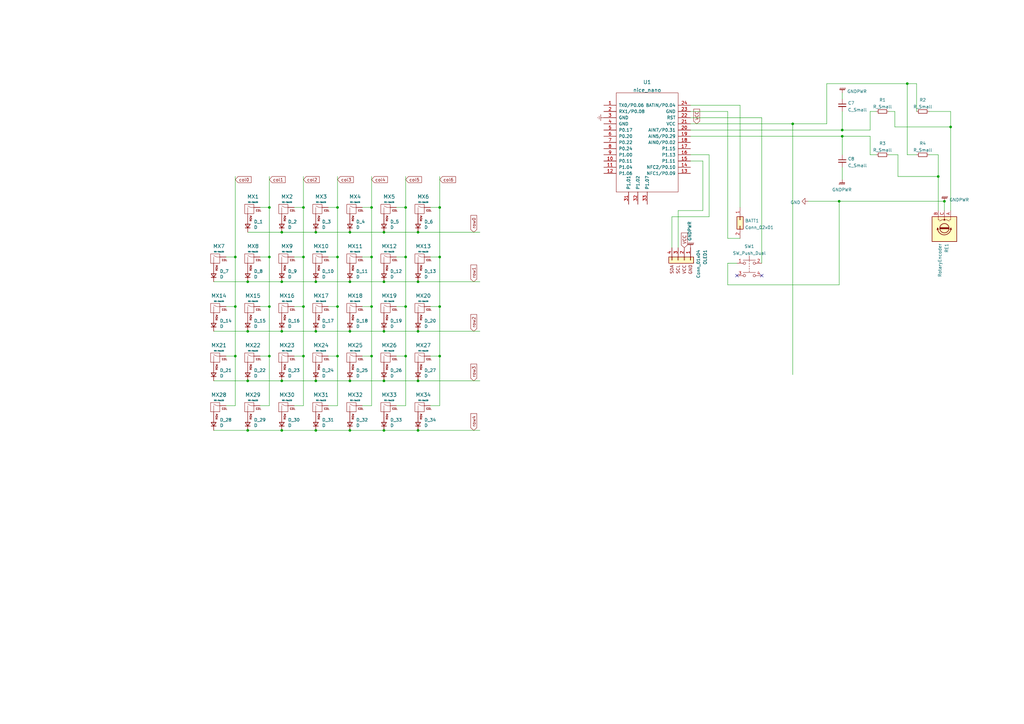
<source format=kicad_sch>
(kicad_sch (version 20211123) (generator eeschema)
  (paper "A3")
  (title_block (title "mk_01_LHS") (date "2022-05-12") (rev "v0.1") (company "Bangor University"))
  (lib_symbols
    (symbol "Connector_Generic:Conn_01x04" (pin_names (offset 1.016) hide)
      (property "Reference" "OLED" (at -4.318 8.5285 0))
      (property "Value" "Conn_01x04" (at -4.318 5.7534 0))
      (symbol "Conn_01x04_0_0"
        (text "GND" (at 3.81 2.54 0) (effects (font (size 1.27 1.27))))
        (text "SCL" (at 3.81 -2.54 0) (effects (font (size 1.27 1.27))))
        (text "SDA" (at 3.81 -5.08 0) (effects (font (size 1.27 1.27))))
        (text "VCC" (at 3.81 0 0) (effects (font (size 1.27 1.27))))
      )
      (symbol "Conn_01x04_1_1"
        (rectangle (start -1.27 -4.953) (end 0 -5.207) (stroke (width 0.1524)))
        (rectangle (start -1.27 -2.413) (end 0 -2.667) (stroke (width 0.1524)))
        (rectangle (start -1.27 0.127) (end 0 -0.127) (stroke (width 0.1524)))
        (rectangle (start -1.27 2.667) (end 0 2.413) (stroke (width 0.1524)))
        (rectangle (start -1.27 3.81) (end 1.27 -6.35) (stroke (width 0.254)) (fill (type background)))
        (pin passive line (at -5.08 2.54 0) (length 3.81) (name "Pin_1") (number "1"))
        (pin passive line (at -5.08 0 0) (length 3.81) (name "Pin_2") (number "2"))
        (pin passive line (at -5.08 -2.54 0) (length 3.81) (name "Pin_3") (number "3"))
        (pin passive line (at -5.08 -5.08 0) (length 3.81) (name "Pin_4") (number "4"))
      )
    )
    (symbol "Connector_Generic:Conn_02x01" (pin_names (offset 1.016) hide)
      (property "Reference" "J" (at 1.27 2.54 0))
      (property "Value" "Conn_02x01" (at 1.27 -2.54 0))
      (symbol "Conn_02x01_1_1"
        (rectangle (start -1.27 0.127) (end 0 -0.127) (stroke (width 0.1524)))
        (rectangle (start -1.27 1.27) (end 3.81 -1.27) (stroke (width 0.254)) (fill (type background)))
        (rectangle (start 3.81 0.127) (end 2.54 -0.127) (stroke (width 0.1524)))
        (pin passive line (at -5.08 0 0) (length 3.81) (name "Pin_1") (number "1"))
        (pin passive line (at 7.62 0 180) (length 3.81) (name "Pin_2") (number "2"))
      )
    )
    (symbol "Device:C_Small" (pin_numbers hide) (pin_names (offset 0.254) hide)
      (property "Reference" "C" (at 0.254 1.778 0))
      (property "Value" "C_Small" (at 0.254 -2.032 0))
      (symbol "C_Small_0_1"
        (polyline (pts (xy -1.524 -0.508) (xy 1.524 -0.508)) (stroke (width 0.3302)))
        (polyline (pts (xy -1.524 0.508) (xy 1.524 0.508)) (stroke (width 0.3048)))
      )
      (symbol "C_Small_1_1"
        (pin passive line (at 0 2.54 270) (length 2.032) (name "~") (number "1"))
        (pin passive line (at 0 -2.54 90) (length 2.032) (name "~") (number "2"))
      )
    )
    (symbol "Device:D_Small" (pin_numbers hide) (pin_names (offset 0.254) hide)
      (property "Reference" "D" (at -1.27 2.032 0))
      (property "Value" "D_Small" (at -3.81 -2.032 0))
      (symbol "D_Small_0_1"
        (polyline (pts (xy -0.762 -1.016) (xy -0.762 1.016)) (stroke (width 0.254)))
        (polyline (pts (xy -0.762 0) (xy 0.762 0)))
        (polyline (pts (xy 0.762 -1.016) (xy -0.762 0) (xy 0.762 1.016) (xy 0.762 -1.016)) (stroke (width 0.254)))
      )
      (symbol "D_Small_1_1"
        (pin passive line (at -2.54 0 0) (length 1.778) (name "K") (number "1"))
        (pin passive line (at 2.54 0 180) (length 1.778) (name "A") (number "2"))
      )
    )
    (symbol "Device:R_Small" (pin_numbers hide) (pin_names (offset 0.254) hide)
      (property "Reference" "R" (at 0.762 0.508 0))
      (property "Value" "R_Small" (at 0.762 -1.016 0))
      (symbol "R_Small_0_1"
        (rectangle (start -0.762 1.778) (end 0.762 -1.778) (stroke (width 0.2032)))
      )
      (symbol "R_Small_1_1"
        (pin passive line (at 0 2.54 270) (length 0.762) (name "~") (number "1"))
        (pin passive line (at 0 -2.54 90) (length 0.762) (name "~") (number "2"))
      )
    )
    (symbol "Device:RotaryEncoder" (pin_names (offset 0.254) hide)
      (property "Reference" "SW" (at 0 6.604 0))
      (property "Value" "RotaryEncoder" (at 0 -6.604 0))
      (symbol "RotaryEncoder_0_1"
        (rectangle (start -5.08 5.08) (end 5.08 -5.08) (stroke (width 0.254)) (fill (type background)))
        (circle (center -3.81 0) (radius 0.254) (fill (type outline)))
        (arc (start -0.381 -2.794) (mid 2.3622 -0.0635) (end -0.381 2.667) (stroke (width 0.254)))
        (circle (center -0.381 0) (radius 1.905) (stroke (width 0.254)))
        (polyline (pts (xy -0.635 -1.778) (xy -0.635 1.778)) (stroke (width 0.254)))
        (polyline (pts (xy -0.381 -1.778) (xy -0.381 1.778)) (stroke (width 0.254)))
        (polyline (pts (xy -0.127 1.778) (xy -0.127 -1.778)) (stroke (width 0.254)))
        (polyline (pts (xy -5.08 -2.54) (xy -3.81 -2.54) (xy -3.81 -2.032)))
        (polyline (pts (xy -5.08 2.54) (xy -3.81 2.54) (xy -3.81 2.032)))
        (polyline (pts (xy 0.254 -3.048) (xy -0.508 -2.794) (xy 0.127 -2.413)) (stroke (width 0.254)))
        (polyline (pts (xy 0.254 2.921) (xy -0.508 2.667) (xy 0.127 2.286)) (stroke (width 0.254)))
        (polyline (pts (xy -5.08 0) (xy -3.81 0) (xy -3.81 -1.016) (xy -3.302 -2.032)))
        (polyline (pts (xy -4.318 0) (xy -3.81 0) (xy -3.81 1.016) (xy -3.302 2.032)))
      )
      (symbol "RotaryEncoder_1_1"
        (pin passive line (at -7.62 2.54 0) (length 2.54) (name "A") (number "A"))
        (pin passive line (at -7.62 -2.54 0) (length 2.54) (name "B") (number "B"))
        (pin passive line (at -7.62 0 0) (length 2.54) (name "C") (number "C"))
      )
    )
    (symbol "MX_Alps_Hybrid:MX-NoLED" (pin_names (offset 1.016))
      (property "Reference" "MX" (at -0.635 3.81 0))
      (property "Value" "MX-NoLED" (at -0.635 1.27 0))
      (symbol "MX-NoLED_0_0"
        (rectangle (start -2.54 2.54) (end 1.27 -1.27))
        (polyline (pts (xy -1.27 -1.27) (xy -1.27 1.27)) (stroke (width 0.127)))
        (polyline (pts (xy 1.27 1.27) (xy 0 1.27) (xy -1.27 1.905)) (stroke (width 0.127)))
        (text "COL" (at 3.175 0 0) (effects (font (size 0.762 0.762))))
        (text "ROW" (at 0 -1.905 900) (effects (font (size 0.762 0.762)) (justify right)))
      )
      (symbol "MX-NoLED_1_1"
        (pin passive line (at 3.81 1.27 180) (length 2.54) (name "COL") (number "1"))
        (pin passive line (at -1.27 -3.81 90) (length 2.54) (name "ROW") (number "2"))
      )
    )
    (symbol "Switch:SW_Push_Dual" (pin_names (offset 1.016) hide)
      (property "Reference" "SW" (at 1.27 2.54 0))
      (property "Value" "SW_Push_Dual" (at 0 -6.858 0))
      (symbol "SW_Push_Dual_0_1"
        (circle (center -2.032 -5.08) (radius 0.508))
        (circle (center -2.032 0) (radius 0.508))
        (polyline (pts (xy 0 -3.048) (xy 0 -3.556)))
        (polyline (pts (xy 0 -2.032) (xy 0 -2.54)))
        (polyline (pts (xy 0 -1.524) (xy 0 -1.016)))
        (polyline (pts (xy 0 -0.508) (xy 0 0)))
        (polyline (pts (xy 0 0.508) (xy 0 1.016)))
        (polyline (pts (xy 0 1.27) (xy 0 3.048)))
        (polyline (pts (xy 2.54 -3.81) (xy -2.54 -3.81)))
        (polyline (pts (xy 2.54 1.27) (xy -2.54 1.27)))
        (circle (center 2.032 -5.08) (radius 0.508))
        (circle (center 2.032 0) (radius 0.508))
        (pin passive line (at -5.08 0 0) (length 2.54) (name "1") (number "1"))
        (pin passive line (at 5.08 0 180) (length 2.54) (name "2") (number "2"))
        (pin passive line (at -5.08 -5.08 0) (length 2.54) (name "3") (number "3"))
        (pin passive line (at 5.08 -5.08 180) (length 2.54) (name "4") (number "4"))
      )
    )
    (symbol "nice_nano:nice_nano" (pin_names (offset 1.016))
      (property "Reference" "U" (at 0 0 0))
      (property "Value" "nice_nano" (at 0 2.54 0))
      (symbol "nice_nano_0_1"
        (rectangle (start -12.7 -21.59) (end 12.7 19.05))
      )
      (symbol "nice_nano_1_1"
        (pin input line (at -17.78 13.97 0) (length 5.08) (name "TX0/P0.06") (number "1"))
        (pin input line (at -17.78 -8.89 0) (length 5.08) (name "P0.11") (number "10"))
        (pin input line (at -17.78 -11.43 0) (length 5.08) (name "P1.04") (number "11"))
        (pin input line (at -17.78 -13.97 0) (length 5.08) (name "P1.06") (number "12"))
        (pin input line (at 17.78 -13.97 180) (length 5.08) (name "NFC1/P0.09") (number "13"))
        (pin input line (at 17.78 -11.43 180) (length 5.08) (name "NFC2/P0.10") (number "14"))
        (pin input line (at 17.78 -8.89 180) (length 5.08) (name "P1.11") (number "15"))
        (pin input line (at 17.78 -6.35 180) (length 5.08) (name "P1.13") (number "16"))
        (pin input line (at 17.78 -3.81 180) (length 5.08) (name "P1.15") (number "17"))
        (pin input line (at 17.78 -1.27 180) (length 5.08) (name "AIN0/P0.02") (number "18"))
        (pin input line (at 17.78 1.27 180) (length 5.08) (name "AIN5/P0.29") (number "19"))
        (pin input line (at -17.78 11.43 0) (length 5.08) (name "RX1/P0.08") (number "2"))
        (pin input line (at 17.78 3.81 180) (length 5.08) (name "AIN7/P0.31") (number "20"))
        (pin input line (at 17.78 6.35 180) (length 5.08) (name "VCC") (number "21"))
        (pin input line (at 17.78 8.89 180) (length 5.08) (name "RST") (number "22"))
        (pin input line (at 17.78 11.43 180) (length 5.08) (name "GND") (number "23"))
        (pin input line (at 17.78 13.97 180) (length 5.08) (name "BATIN/P0.04") (number "24"))
        (pin input line (at -17.78 8.89 0) (length 5.08) (name "GND") (number "3"))
        (pin input line (at -7.62 -26.67 90) (length 5.08) (name "P1.01") (number "31"))
        (pin input line (at -3.81 -26.67 90) (length 5.08) (name "P1.02") (number "32"))
        (pin input line (at 0 -26.67 90) (length 5.08) (name "P1.07") (number "33"))
        (pin input line (at -17.78 6.35 0) (length 5.08) (name "GND") (number "4"))
        (pin input line (at -17.78 3.81 0) (length 5.08) (name "P0.17") (number "5"))
        (pin input line (at -17.78 1.27 0) (length 5.08) (name "P0.20") (number "6"))
        (pin input line (at -17.78 -1.27 0) (length 5.08) (name "P0.22") (number "7"))
        (pin input line (at -17.78 -3.81 0) (length 5.08) (name "P0.24") (number "8"))
        (pin input line (at -17.78 -6.35 0) (length 5.08) (name "P1.00") (number "9"))
      )
    )
    (symbol "power:Earth" (power) (pin_names (offset 0))
      (symbol "Earth_0_1"
        (polyline (pts (xy -0.635 -1.905) (xy 0.635 -1.905)))
        (polyline (pts (xy -0.127 -2.54) (xy 0.127 -2.54)))
        (polyline (pts (xy 0 -1.27) (xy 0 0)))
        (polyline (pts (xy 1.27 -1.27) (xy -1.27 -1.27)))
      )
      (symbol "Earth_1_1"
        (pin power_in line (at 0 0 270) (length 0) hide (name "Earth") (number "1"))
      )
    )
    (symbol "power:GND" (power) (pin_names (offset 0))
      (property "Value" "GND" (at 0 -3.81 0))
      (symbol "GND_0_1"
        (polyline (pts (xy 0 0) (xy 0 -1.27) (xy 1.27 -1.27) (xy 0 -2.54) (xy -1.27 -1.27) (xy 0 -1.27)))
      )
      (symbol "GND_1_1"
        (pin power_in line (at 0 0 270) (length 0) hide (name "GND") (number "1"))
      )
    )
    (symbol "power:GNDPWR" (power) (pin_names (offset 0))
      (property "Value" "GNDPWR" (at 0 -3.302 0))
      (symbol "GNDPWR_0_1"
        (polyline (pts (xy 0 -1.27) (xy 0 0)))
        (polyline (pts (xy -1.016 -1.27) (xy -1.27 -2.032) (xy -1.27 -2.032)) (stroke (width 0.2032)))
        (polyline (pts (xy -0.508 -1.27) (xy -0.762 -2.032) (xy -0.762 -2.032)) (stroke (width 0.2032)))
        (polyline (pts (xy 0 -1.27) (xy -0.254 -2.032) (xy -0.254 -2.032)) (stroke (width 0.2032)))
        (polyline (pts (xy 0.508 -1.27) (xy 0.254 -2.032) (xy 0.254 -2.032)) (stroke (width 0.2032)))
        (polyline (pts (xy 1.016 -1.27) (xy -1.016 -1.27) (xy -1.016 -1.27)) (stroke (width 0.2032)))
        (polyline (pts (xy 1.016 -1.27) (xy 0.762 -2.032) (xy 0.762 -2.032) (xy 0.762 -2.032)) (stroke (width 0.2032)))
      )
      (symbol "GNDPWR_1_1"
        (pin power_in line (at 0 0 270) (length 0) hide (name "GNDPWR") (number "1"))
      )
    )
  )
  (junction (at 110.49 105.41))
  (junction (at 124.46 125.73))
  (junction (at 129.54 115.57))
  (junction (at 124.46 105.41))
  (junction (at 143.51 95.25))
  (junction (at 143.51 176.53))
  (junction (at 171.45 156.21))
  (junction (at 110.49 85.09))
  (junction (at 152.4 146.05))
  (junction (at 325.12 50.8))
  (junction (at 157.48 135.89))
  (junction (at 129.54 156.21))
  (junction (at 115.57 176.53))
  (junction (at 152.4 85.09))
  (junction (at 345.44 53.34))
  (junction (at 129.54 135.89))
  (junction (at 152.4 105.41))
  (junction (at 372.11 34.29))
  (junction (at 166.37 85.09))
  (junction (at 143.51 135.89))
  (junction (at 110.49 125.73))
  (junction (at 115.57 135.89))
  (junction (at 96.52 125.73))
  (junction (at 115.57 115.57))
  (junction (at 124.46 146.05))
  (junction (at 171.45 135.89))
  (junction (at 345.44 55.88))
  (junction (at 180.34 105.41))
  (junction (at 166.37 105.41))
  (junction (at 384.81 72.39))
  (junction (at 180.34 125.73))
  (junction (at 171.45 115.57))
  (junction (at 101.6 115.57))
  (junction (at 138.43 85.09))
  (junction (at 157.48 176.53))
  (junction (at 389.89 52.07))
  (junction (at 171.45 95.25))
  (junction (at 129.54 95.25))
  (junction (at 124.46 85.09))
  (junction (at 166.37 146.05))
  (junction (at 101.6 135.89))
  (junction (at 157.48 95.25))
  (junction (at 96.52 146.05))
  (junction (at 115.57 156.21))
  (junction (at 96.52 105.41))
  (junction (at 166.37 125.73))
  (junction (at 101.6 176.53))
  (junction (at 138.43 105.41))
  (junction (at 101.6 156.21))
  (junction (at 344.17 82.55))
  (junction (at 143.51 115.57))
  (junction (at 115.57 95.25))
  (junction (at 180.34 85.09))
  (junction (at 157.48 115.57))
  (junction (at 171.45 176.53))
  (junction (at 129.54 176.53))
  (junction (at 110.49 146.05))
  (junction (at 138.43 125.73))
  (junction (at 157.48 156.21))
  (junction (at 152.4 125.73))
  (junction (at 143.51 156.21))
  (junction (at 180.34 146.05))
  (junction (at 387.35 82.55))
  (junction (at 138.43 146.05))
  (no_connect (at 312.42 113.03))
  (no_connect (at 302.26 113.03))
  (wire (pts (xy 152.4 125.73) (xy 152.4 146.05)))
  (wire (pts (xy 180.34 146.05) (xy 176.53 146.05)))
  (wire (pts (xy 152.4 105.41) (xy 152.4 125.73)))
  (wire (pts (xy 384.81 72.39) (xy 368.3 72.39)))
  (wire (pts (xy 389.89 52.07) (xy 389.89 86.36)))
  (wire (pts (xy 303.53 43.18) (xy 303.53 85.09)))
  (wire (pts (xy 171.45 176.53) (xy 196.85 176.53)))
  (wire (pts (xy 384.81 63.5) (xy 384.81 72.39)))
  (wire (pts (xy 152.4 166.37) (xy 148.59 166.37)))
  (wire (pts (xy 180.34 146.05) (xy 180.34 166.37)))
  (wire (pts (xy 312.42 48.26) (xy 283.21 48.26)))
  (wire (pts (xy 381 63.5) (xy 384.81 63.5)))
  (wire (pts (xy 166.37 166.37) (xy 162.56 166.37)))
  (wire (pts (xy 129.54 176.53) (xy 143.51 176.53)))
  (wire (pts (xy 96.52 125.73) (xy 96.52 146.05)))
  (wire (pts (xy 166.37 146.05) (xy 166.37 166.37)))
  (wire (pts (xy 283.21 43.18) (xy 303.53 43.18)))
  (wire (pts (xy 345.44 53.34) (xy 356.87 53.34)))
  (wire (pts (xy 298.45 97.79) (xy 298.45 45.72)))
  (wire (pts (xy 345.44 38.1) (xy 345.44 40.64)))
  (wire (pts (xy 138.43 125.73) (xy 138.43 146.05)))
  (wire (pts (xy 110.49 105.41) (xy 110.49 125.73)))
  (wire (pts (xy 96.52 72.39) (xy 96.52 105.41)))
  (wire (pts (xy 387.35 86.36) (xy 387.35 82.55)))
  (wire (pts (xy 110.49 125.73) (xy 106.68 125.73)))
  (wire (pts (xy 356.87 63.5) (xy 359.41 63.5)))
  (wire (pts (xy 110.49 105.41) (xy 106.68 105.41)))
  (wire (pts (xy 288.29 86.36) (xy 288.29 66.04)))
  (wire (pts (xy 372.11 34.29) (xy 375.92 34.29)))
  (wire (pts (xy 325.12 50.8) (xy 339.09 50.8)))
  (wire (pts (xy 372.11 34.29) (xy 372.11 63.5)))
  (wire (pts (xy 325.12 50.8) (xy 325.12 153.67)))
  (wire (pts (xy 138.43 105.41) (xy 138.43 125.73)))
  (wire (pts (xy 381 45.72) (xy 389.89 45.72)))
  (wire (pts (xy 115.57 176.53) (xy 129.54 176.53)))
  (wire (pts (xy 157.48 115.57) (xy 171.45 115.57)))
  (wire (pts (xy 166.37 105.41) (xy 166.37 125.73)))
  (wire (pts (xy 129.54 115.57) (xy 143.51 115.57)))
  (wire (pts (xy 166.37 125.73) (xy 162.56 125.73)))
  (wire (pts (xy 345.44 73.66) (xy 345.44 68.58)))
  (wire (pts (xy 138.43 166.37) (xy 134.62 166.37)))
  (wire (pts (xy 288.29 66.04) (xy 283.21 66.04)))
  (wire (pts (xy 124.46 166.37) (xy 120.65 166.37)))
  (wire (pts (xy 96.52 105.41) (xy 92.71 105.41)))
  (wire (pts (xy 124.46 105.41) (xy 124.46 125.73)))
  (wire (pts (xy 312.42 107.95) (xy 312.42 48.26)))
  (wire (pts (xy 389.89 45.72) (xy 389.89 52.07)))
  (wire (pts (xy 157.48 156.21) (xy 171.45 156.21)))
  (wire (pts (xy 356.87 55.88) (xy 356.87 63.5)))
  (wire (pts (xy 110.49 125.73) (xy 110.49 146.05)))
  (wire (pts (xy 180.34 125.73) (xy 180.34 146.05)))
  (wire (pts (xy 96.52 146.05) (xy 96.52 166.37)))
  (wire (pts (xy 283.21 53.34) (xy 345.44 53.34)))
  (wire (pts (xy 166.37 85.09) (xy 166.37 72.39)))
  (wire (pts (xy 283.21 55.88) (xy 345.44 55.88)))
  (wire (pts (xy 115.57 156.21) (xy 129.54 156.21)))
  (wire (pts (xy 367.03 45.72) (xy 364.49 45.72)))
  (wire (pts (xy 180.34 166.37) (xy 176.53 166.37)))
  (wire (pts (xy 129.54 95.25) (xy 143.51 95.25)))
  (wire (pts (xy 96.52 105.41) (xy 96.52 125.73)))
  (wire (pts (xy 367.03 52.07) (xy 367.03 45.72)))
  (wire (pts (xy 180.34 125.73) (xy 176.53 125.73)))
  (wire (pts (xy 368.3 72.39) (xy 368.3 63.5)))
  (wire (pts (xy 166.37 125.73) (xy 166.37 146.05)))
  (wire (pts (xy 96.52 146.05) (xy 92.71 146.05)))
  (wire (pts (xy 138.43 105.41) (xy 134.62 105.41)))
  (wire (pts (xy 96.52 125.73) (xy 92.71 125.73)))
  (wire (pts (xy 129.54 135.89) (xy 143.51 135.89)))
  (wire (pts (xy 368.3 63.5) (xy 364.49 63.5)))
  (wire (pts (xy 124.46 125.73) (xy 124.46 146.05)))
  (wire (pts (xy 345.44 55.88) (xy 345.44 63.5)))
  (wire (pts (xy 171.45 115.57) (xy 196.85 115.57)))
  (wire (pts (xy 356.87 53.34) (xy 356.87 45.72)))
  (wire (pts (xy 298.45 97.79) (xy 303.53 97.79)))
  (wire (pts (xy 129.54 156.21) (xy 143.51 156.21)))
  (wire (pts (xy 298.45 45.72) (xy 283.21 45.72)))
  (wire (pts (xy 152.4 146.05) (xy 148.59 146.05)))
  (wire (pts (xy 180.34 85.09) (xy 180.34 72.39)))
  (wire (pts (xy 375.92 34.29) (xy 375.92 45.72)))
  (wire (pts (xy 87.63 115.57) (xy 101.6 115.57)))
  (wire (pts (xy 339.09 34.29) (xy 339.09 50.8)))
  (wire (pts (xy 138.43 146.05) (xy 138.43 166.37)))
  (wire (pts (xy 143.51 176.53) (xy 157.48 176.53)))
  (wire (pts (xy 180.34 85.09) (xy 180.34 105.41)))
  (wire (pts (xy 298.45 107.95) (xy 298.45 116.84)))
  (wire (pts (xy 96.52 166.37) (xy 92.71 166.37)))
  (wire (pts (xy 344.17 82.55) (xy 387.35 82.55)))
  (wire (pts (xy 372.11 63.5) (xy 375.92 63.5)))
  (wire (pts (xy 166.37 146.05) (xy 162.56 146.05)))
  (wire (pts (xy 143.51 115.57) (xy 157.48 115.57)))
  (wire (pts (xy 278.13 86.36) (xy 288.29 86.36)))
  (wire (pts (xy 344.17 116.84) (xy 344.17 82.55)))
  (wire (pts (xy 115.57 95.25) (xy 129.54 95.25)))
  (wire (pts (xy 134.62 85.09) (xy 138.43 85.09)))
  (wire (pts (xy 157.48 176.53) (xy 171.45 176.53)))
  (wire (pts (xy 152.4 105.41) (xy 148.59 105.41)))
  (wire (pts (xy 124.46 85.09) (xy 124.46 72.39)))
  (wire (pts (xy 331.47 82.55) (xy 344.17 82.55)))
  (wire (pts (xy 110.49 166.37) (xy 106.68 166.37)))
  (wire (pts (xy 143.51 156.21) (xy 157.48 156.21)))
  (wire (pts (xy 110.49 146.05) (xy 110.49 166.37)))
  (wire (pts (xy 87.63 135.89) (xy 101.6 135.89)))
  (wire (pts (xy 124.46 146.05) (xy 120.65 146.05)))
  (wire (pts (xy 345.44 45.72) (xy 345.44 53.34)))
  (wire (pts (xy 124.46 105.41) (xy 120.65 105.41)))
  (wire (pts (xy 87.63 176.53) (xy 101.6 176.53)))
  (wire (pts (xy 101.6 95.25) (xy 115.57 95.25)))
  (wire (pts (xy 124.46 85.09) (xy 124.46 105.41)))
  (wire (pts (xy 138.43 146.05) (xy 134.62 146.05)))
  (wire (pts (xy 101.6 115.57) (xy 115.57 115.57)))
  (wire (pts (xy 384.81 72.39) (xy 384.81 86.36)))
  (wire (pts (xy 356.87 45.72) (xy 359.41 45.72)))
  (wire (pts (xy 115.57 135.89) (xy 129.54 135.89)))
  (wire (pts (xy 162.56 85.09) (xy 166.37 85.09)))
  (wire (pts (xy 152.4 125.73) (xy 148.59 125.73)))
  (wire (pts (xy 166.37 85.09) (xy 166.37 105.41)))
  (wire (pts (xy 152.4 85.09) (xy 152.4 72.39)))
  (wire (pts (xy 171.45 156.21) (xy 196.85 156.21)))
  (wire (pts (xy 180.34 105.41) (xy 176.53 105.41)))
  (wire (pts (xy 138.43 125.73) (xy 134.62 125.73)))
  (wire (pts (xy 290.83 88.9) (xy 290.83 63.5)))
  (wire (pts (xy 138.43 85.09) (xy 138.43 72.39)))
  (wire (pts (xy 106.68 85.09) (xy 110.49 85.09)))
  (wire (pts (xy 87.63 156.21) (xy 101.6 156.21)))
  (wire (pts (xy 166.37 105.41) (xy 162.56 105.41)))
  (wire (pts (xy 275.59 88.9) (xy 290.83 88.9)))
  (wire (pts (xy 143.51 95.25) (xy 157.48 95.25)))
  (wire (pts (xy 124.46 146.05) (xy 124.46 166.37)))
  (wire (pts (xy 143.51 135.89) (xy 157.48 135.89)))
  (wire (pts (xy 101.6 135.89) (xy 115.57 135.89)))
  (wire (pts (xy 120.65 85.09) (xy 124.46 85.09)))
  (wire (pts (xy 124.46 125.73) (xy 120.65 125.73)))
  (wire (pts (xy 275.59 101.6) (xy 275.59 88.9)))
  (wire (pts (xy 176.53 85.09) (xy 180.34 85.09)))
  (wire (pts (xy 298.45 116.84) (xy 344.17 116.84)))
  (wire (pts (xy 389.89 52.07) (xy 367.03 52.07)))
  (wire (pts (xy 110.49 85.09) (xy 110.49 72.39)))
  (wire (pts (xy 283.21 50.8) (xy 325.12 50.8)))
  (wire (pts (xy 180.34 105.41) (xy 180.34 125.73)))
  (wire (pts (xy 157.48 95.25) (xy 171.45 95.25)))
  (wire (pts (xy 302.26 107.95) (xy 298.45 107.95)))
  (wire (pts (xy 278.13 101.6) (xy 278.13 86.36)))
  (wire (pts (xy 101.6 156.21) (xy 115.57 156.21)))
  (wire (pts (xy 152.4 85.09) (xy 152.4 105.41)))
  (wire (pts (xy 115.57 115.57) (xy 129.54 115.57)))
  (wire (pts (xy 148.59 85.09) (xy 152.4 85.09)))
  (wire (pts (xy 110.49 146.05) (xy 106.68 146.05)))
  (wire (pts (xy 339.09 34.29) (xy 372.11 34.29)))
  (wire (pts (xy 138.43 85.09) (xy 138.43 105.41)))
  (wire (pts (xy 171.45 95.25) (xy 196.85 95.25)))
  (wire (pts (xy 101.6 176.53) (xy 115.57 176.53)))
  (wire (pts (xy 110.49 85.09) (xy 110.49 105.41)))
  (wire (pts (xy 152.4 146.05) (xy 152.4 166.37)))
  (wire (pts (xy 290.83 63.5) (xy 283.21 63.5)))
  (wire (pts (xy 157.48 135.89) (xy 171.45 135.89)))
  (wire (pts (xy 345.44 55.88) (xy 356.87 55.88)))
  (wire (pts (xy 171.45 135.89) (xy 196.85 135.89)))
  (global_label "row2" (shape input) (at 194.31 135.89 90) (property "Intersheet References" "${INTERSHEET_REFS}" (effects hide)))
  (global_label "row3" (shape input) (at 194.31 156.21 90) (property "Intersheet References" "${INTERSHEET_REFS}" (effects hide)))
  (global_label "col6" (shape input) (at 180.34 73.66 0) (property "Intersheet References" "${INTERSHEET_REFS}" (effects hide)))
  (global_label "col1" (shape input) (at 110.49 73.66 0) (property "Intersheet References" "${INTERSHEET_REFS}" (effects hide)))
  (global_label "VCC" (shape input) (at 280.67 101.6 90) (property "Intersheet References" "${INTERSHEET_REFS}" (effects hide)))
  (global_label "col5" (shape input) (at 166.37 73.66 0) (property "Intersheet References" "${INTERSHEET_REFS}" (effects hide)))
  (global_label "col0" (shape input) (at 96.52 73.66 0) (property "Intersheet References" "${INTERSHEET_REFS}" (effects hide)))
  (global_label "VCC" (shape input) (at 285.75 50.8 90) (property "Intersheet References" "${INTERSHEET_REFS}" (effects hide)))
  (global_label "col2" (shape input) (at 124.46 73.66 0) (property "Intersheet References" "${INTERSHEET_REFS}" (effects hide)))
  (global_label "row0" (shape input) (at 194.31 95.25 90) (property "Intersheet References" "${INTERSHEET_REFS}" (effects hide)))
  (global_label "row4" (shape input) (at 194.31 176.53 90) (property "Intersheet References" "${INTERSHEET_REFS}" (effects hide)))
  (global_label "col3" (shape input) (at 138.43 73.66 0) (property "Intersheet References" "${INTERSHEET_REFS}" (effects hide)))
  (global_label "col4" (shape input) (at 152.4 73.66 0) (property "Intersheet References" "${INTERSHEET_REFS}" (effects hide)))
  (global_label "row1" (shape input) (at 194.31 115.57 90) (property "Intersheet References" "${INTERSHEET_REFS}" (effects hide)))
  (symbol (lib_id "Device:D_Small") (at 87.63 113.03 90) (unit 1)
    (property "Reference" "D_7" (at 90.17 111.252 90) (effects (justify right)))
    (property "Value" "D" (at 90.17 113.538 90) (effects (justify right)))
    (property "Footprint" "Diode_SMD:D_SOD-123" (effects hide))
  )
  (symbol (lib_id "MX_Alps_Hybrid:MX-NoLED") (at 116.84 127 0) (unit 1)
    (property "Reference" "MX16" (at 117.7256 121.3065 0) (effects (font (size 1.524 1.524))))
    (property "Value" "MX-NoLED" (at 117.7256 123.5771 0) (effects (font (size 0.508 0.508))))
    (property "Footprint" "MX_Only:MXOnly-1U-Hotswap-NoLED" (effects hide))
  )
  (symbol (lib_id "Device:D_Small") (at 157.48 133.35 90) (unit 1)
    (property "Reference" "D_19" (at 160.02 131.572 90) (effects (justify right)))
    (property "Value" "D" (at 160.02 133.858 90) (effects (justify right)))
    (property "Footprint" "Diode_SMD:D_SOD-123" (effects hide))
  )
  (symbol (lib_id "Device:D_Small") (at 157.48 153.67 90) (unit 1)
    (property "Reference" "D_26" (at 160.02 151.892 90) (effects (justify right)))
    (property "Value" "D" (at 160.02 154.178 90) (effects (justify right)))
    (property "Footprint" "Diode_SMD:D_SOD-123" (effects hide))
  )
  (symbol (lib_id "Device:D_Small") (at 87.63 153.67 90) (unit 1)
    (property "Reference" "D_21" (at 90.17 151.892 90) (effects (justify right)))
    (property "Value" "D" (at 90.17 154.178 90) (effects (justify right)))
    (property "Footprint" "Diode_SMD:D_SOD-123" (effects hide))
  )
  (symbol (lib_id "MX_Alps_Hybrid:MX-NoLED") (at 88.9 147.32 0) (unit 1)
    (property "Reference" "MX21" (at 89.7856 141.6265 0) (effects (font (size 1.524 1.524))))
    (property "Value" "MX-NoLED" (at 89.7856 143.8971 0) (effects (font (size 0.508 0.508))))
    (property "Footprint" "MX_Only:MXOnly-1U-Hotswap-NoLED" (effects hide))
  )
  (symbol (lib_id "MX_Alps_Hybrid:MX-NoLED") (at 144.78 167.64 0) (unit 1)
    (property "Reference" "MX32" (at 145.6656 161.9465 0) (effects (font (size 1.524 1.524))))
    (property "Value" "MX-NoLED" (at 145.6656 164.2171 0) (effects (font (size 0.508 0.508))))
    (property "Footprint" "MX_Only:MXOnly-1U-Hotswap-NoLED" (effects hide))
  )
  (symbol (lib_id "power:GNDPWR") (at 283.21 101.6 180) (unit 1)
    (property "Reference" "#PWR0101" (effects hide))
    (property "Value" "GNDPWR" (at 282.858 98.8315 90) (effects (justify right)))
  )
  (symbol (lib_id "power:GNDPWR") (at 345.44 38.1 180) (unit 1)
    (property "Reference" "#PWR0103" (effects hide))
    (property "Value" "GNDPWR" (at 347.4466 37.5122 0) (effects (justify right)))
  )
  (symbol (lib_id "Device:D_Small") (at 143.51 153.67 90) (unit 1)
    (property "Reference" "D_25" (at 146.05 151.892 90) (effects (justify right)))
    (property "Value" "D" (at 146.05 154.178 90) (effects (justify right)))
    (property "Footprint" "Diode_SMD:D_SOD-123" (effects hide))
  )
  (symbol (lib_id "Device:D_Small") (at 157.48 173.99 90) (unit 1)
    (property "Reference" "D_33" (at 160.02 172.212 90) (effects (justify right)))
    (property "Value" "D" (at 160.02 174.498 90) (effects (justify right)))
    (property "Footprint" "Diode_SMD:D_SOD-123" (effects hide))
  )
  (symbol (lib_id "Device:D_Small") (at 101.6 133.35 90) (unit 1)
    (property "Reference" "D_15" (at 104.14 131.572 90) (effects (justify right)))
    (property "Value" "D" (at 104.14 133.858 90) (effects (justify right)))
    (property "Footprint" "Diode_SMD:D_SOD-123" (effects hide))
  )
  (symbol (lib_id "Connector_Generic:Conn_02x01") (at 303.53 90.17 270) (unit 1)
    (property "Reference" "BATT1" (at 305.562 90.5315 90) (effects (justify left)))
    (property "Value" "Conn_02x01" (at 305.562 93.3066 90) (effects (justify left)))
    (property "Footprint" "Capacitor_THT:C_Rect_L41.5mm_W20.0mm_P37.50mm_MKS4" (effects hide))
  )
  (symbol (lib_id "Device:D_Small") (at 101.6 113.03 90) (unit 1)
    (property "Reference" "D_8" (at 104.14 111.252 90) (effects (justify right)))
    (property "Value" "D" (at 104.14 113.538 90) (effects (justify right)))
    (property "Footprint" "Diode_SMD:D_SOD-123" (effects hide))
  )
  (symbol (lib_id "MX_Alps_Hybrid:MX-NoLED") (at 130.81 106.68 0) (unit 1)
    (property "Reference" "MX10" (at 131.6956 100.9865 0) (effects (font (size 1.524 1.524))))
    (property "Value" "MX-NoLED" (at 131.6956 103.2571 0) (effects (font (size 0.508 0.508))))
    (property "Footprint" "MX_Only:MXOnly-1U-Hotswap-NoLED" (effects hide))
  )
  (symbol (lib_id "MX_Alps_Hybrid:MX-NoLED") (at 158.75 86.36 0) (unit 1)
    (property "Reference" "MX5" (at 159.6356 80.6665 0) (effects (font (size 1.524 1.524))))
    (property "Value" "MX-NoLED" (at 159.6356 82.9371 0) (effects (font (size 0.508 0.508))))
    (property "Footprint" "MX_Only:MXOnly-1U-Hotswap-NoLED" (effects hide))
  )
  (symbol (lib_id "Connector_Generic:Conn_01x04") (at 280.67 106.68 270) (unit 1)
    (property "Reference" "OLED1" (at 289.1985 102.362 0) (effects (justify left)))
    (property "Value" "Conn_01x04" (at 286.4234 102.362 0) (effects (justify left)))
    (property "Footprint" "yuchi_kbd_lib:OLED_4Pin" (effects hide))
  )
  (symbol (lib_id "Device:D_Small") (at 115.57 153.67 90) (unit 1)
    (property "Reference" "D_23" (at 118.11 151.892 90) (effects (justify right)))
    (property "Value" "D" (at 118.11 154.178 90) (effects (justify right)))
    (property "Footprint" "Diode_SMD:D_SOD-123" (effects hide))
  )
  (symbol (lib_id "Device:D_Small") (at 101.6 153.67 90) (unit 1)
    (property "Reference" "D_22" (at 104.14 151.892 90) (effects (justify right)))
    (property "Value" "D" (at 104.14 154.178 90) (effects (justify right)))
    (property "Footprint" "Diode_SMD:D_SOD-123" (effects hide))
  )
  (symbol (lib_id "Device:D_Small") (at 171.45 173.99 90) (unit 1)
    (property "Reference" "D_34" (at 173.99 172.212 90) (effects (justify right)))
    (property "Value" "D" (at 173.99 174.498 90) (effects (justify right)))
    (property "Footprint" "Diode_SMD:D_SOD-123" (effects hide))
  )
  (symbol (lib_id "Device:D_Small") (at 115.57 92.71 90) (unit 1)
    (property "Reference" "D_2" (at 118.11 90.932 90) (effects (justify right)))
    (property "Value" "D" (at 118.11 93.218 90) (effects (justify right)))
    (property "Footprint" "Diode_SMD:D_SOD-123" (effects hide))
  )
  (symbol (lib_id "Device:D_Small") (at 129.54 153.67 90) (unit 1)
    (property "Reference" "D_24" (at 132.08 151.892 90) (effects (justify right)))
    (property "Value" "D" (at 132.08 154.178 90) (effects (justify right)))
    (property "Footprint" "Diode_SMD:D_SOD-123" (effects hide))
  )
  (symbol (lib_id "MX_Alps_Hybrid:MX-NoLED") (at 102.87 167.64 0) (unit 1)
    (property "Reference" "MX29" (at 103.7556 161.9465 0) (effects (font (size 1.524 1.524))))
    (property "Value" "MX-NoLED" (at 103.7556 164.2171 0) (effects (font (size 0.508 0.508))))
    (property "Footprint" "MX_Only:MXOnly-1U-Hotswap-NoLED" (effects hide))
  )
  (symbol (lib_id "MX_Alps_Hybrid:MX-NoLED") (at 144.78 127 0) (unit 1)
    (property "Reference" "MX18" (at 145.6656 121.3065 0) (effects (font (size 1.524 1.524))))
    (property "Value" "MX-NoLED" (at 145.6656 123.5771 0) (effects (font (size 0.508 0.508))))
    (property "Footprint" "MX_Only:MXOnly-1U-Hotswap-NoLED" (effects hide))
  )
  (symbol (lib_id "MX_Alps_Hybrid:MX-NoLED") (at 130.81 147.32 0) (unit 1)
    (property "Reference" "MX24" (at 131.6956 141.6265 0) (effects (font (size 1.524 1.524))))
    (property "Value" "MX-NoLED" (at 131.6956 143.8971 0) (effects (font (size 0.508 0.508))))
    (property "Footprint" "MX_Only:MXOnly-1U-Hotswap-NoLED" (effects hide))
  )
  (symbol (lib_id "Device:R_Small") (at 378.46 63.5 90) (unit 1)
    (property "Reference" "R4" (at 378.46 58.7969 90))
    (property "Value" "R_Small" (at 378.46 61.572 90))
    (property "Footprint" "Resistor_SMD:R_0805_2012Metric_Pad1.20x1.40mm_HandSolder" (effects hide))
  )
  (symbol (lib_id "Device:C_Small") (at 345.44 66.04 0) (unit 1)
    (property "Reference" "C8" (at 347.7641 65.1378 0) (effects (justify left)))
    (property "Value" "C_Small" (at 347.7641 67.9129 0) (effects (justify left)))
    (property "Footprint" "Capacitor_SMD:C_0805_2012Metric_Pad1.18x1.45mm_HandSolder" (effects hide))
  )
  (symbol (lib_id "MX_Alps_Hybrid:MX-NoLED") (at 102.87 106.68 0) (unit 1)
    (property "Reference" "MX8" (at 103.7556 100.9865 0) (effects (font (size 1.524 1.524))))
    (property "Value" "MX-NoLED" (at 103.7556 103.2571 0) (effects (font (size 0.508 0.508))))
    (property "Footprint" "MX_Only:MXOnly-1U-Hotswap-NoLED" (effects hide))
  )
  (symbol (lib_id "Device:D_Small") (at 143.51 92.71 90) (unit 1)
    (property "Reference" "D_4" (at 146.05 90.932 90) (effects (justify right)))
    (property "Value" "D" (at 146.05 93.218 90) (effects (justify right)))
    (property "Footprint" "Diode_SMD:D_SOD-123" (effects hide))
  )
  (symbol (lib_id "Device:D_Small") (at 143.51 113.03 90) (unit 1)
    (property "Reference" "D_11" (at 146.05 111.252 90) (effects (justify right)))
    (property "Value" "D" (at 146.05 113.538 90) (effects (justify right)))
    (property "Footprint" "Diode_SMD:D_SOD-123" (effects hide))
  )
  (symbol (lib_id "Device:D_Small") (at 171.45 153.67 90) (unit 1)
    (property "Reference" "D_27" (at 173.99 151.892 90) (effects (justify right)))
    (property "Value" "D" (at 173.99 154.178 90) (effects (justify right)))
    (property "Footprint" "Diode_SMD:D_SOD-123" (effects hide))
  )
  (symbol (lib_id "power:GNDPWR") (at 345.44 73.66 0) (unit 1)
    (property "Reference" "#PWR0105" (effects hide))
    (property "Value" "GNDPWR" (at 345.313 77.8161 0))
  )
  (symbol (lib_id "Device:D_Small") (at 101.6 92.71 90) (unit 1)
    (property "Reference" "D_1" (at 104.14 90.932 90) (effects (justify right)))
    (property "Value" "D" (at 104.14 93.218 90) (effects (justify right)))
    (property "Footprint" "Diode_SMD:D_SOD-123" (effects hide))
  )
  (symbol (lib_id "Device:D_Small") (at 171.45 113.03 90) (unit 1)
    (property "Reference" "D_13" (at 173.99 111.252 90) (effects (justify right)))
    (property "Value" "D" (at 173.99 113.538 90) (effects (justify right)))
    (property "Footprint" "Diode_SMD:D_SOD-123" (effects hide))
  )
  (symbol (lib_id "Device:R_Small") (at 361.95 63.5 270) (unit 1)
    (property "Reference" "R3" (at 361.95 58.7969 90))
    (property "Value" "R_Small" (at 361.95 61.572 90))
    (property "Footprint" "Resistor_SMD:R_0805_2012Metric_Pad1.20x1.40mm_HandSolder" (effects hide))
  )
  (symbol (lib_id "Device:D_Small") (at 115.57 133.35 90) (unit 1)
    (property "Reference" "D_16" (at 118.11 131.572 90) (effects (justify right)))
    (property "Value" "D" (at 118.11 133.858 90) (effects (justify right)))
    (property "Footprint" "Diode_SMD:D_SOD-123" (effects hide))
  )
  (symbol (lib_id "MX_Alps_Hybrid:MX-NoLED") (at 144.78 147.32 0) (unit 1)
    (property "Reference" "MX25" (at 145.6656 141.6265 0) (effects (font (size 1.524 1.524))))
    (property "Value" "MX-NoLED" (at 145.6656 143.8971 0) (effects (font (size 0.508 0.508))))
    (property "Footprint" "MX_Only:MXOnly-1U-Hotswap-NoLED" (effects hide))
  )
  (symbol (lib_id "power:Earth") (at 247.65 48.26 270) (unit 1)
    (property "Reference" "#PWR0102" (effects hide))
    (property "Value" "Earth" (effects hide))
  )
  (symbol (lib_id "MX_Alps_Hybrid:MX-NoLED") (at 144.78 106.68 0) (unit 1)
    (property "Reference" "MX11" (at 145.6656 100.9865 0) (effects (font (size 1.524 1.524))))
    (property "Value" "MX-NoLED" (at 145.6656 103.2571 0) (effects (font (size 0.508 0.508))))
    (property "Footprint" "MX_Only:MXOnly-1U-Hotswap-NoLED" (effects hide))
  )
  (symbol (lib_id "Device:D_Small") (at 87.63 173.99 90) (unit 1)
    (property "Reference" "D_28" (at 90.17 172.212 90) (effects (justify right)))
    (property "Value" "D" (at 90.17 174.498 90) (effects (justify right)))
    (property "Footprint" "Diode_SMD:D_SOD-123" (effects hide))
  )
  (symbol (lib_id "MX_Alps_Hybrid:MX-NoLED") (at 102.87 147.32 0) (unit 1)
    (property "Reference" "MX22" (at 103.7556 141.6265 0) (effects (font (size 1.524 1.524))))
    (property "Value" "MX-NoLED" (at 103.7556 143.8971 0) (effects (font (size 0.508 0.508))))
    (property "Footprint" "MX_Only:MXOnly-1U-Hotswap-NoLED" (effects hide))
  )
  (symbol (lib_id "MX_Alps_Hybrid:MX-NoLED") (at 130.81 127 0) (unit 1)
    (property "Reference" "MX17" (at 131.6956 121.3065 0) (effects (font (size 1.524 1.524))))
    (property "Value" "MX-NoLED" (at 131.6956 123.5771 0) (effects (font (size 0.508 0.508))))
    (property "Footprint" "MX_Only:MXOnly-1U-Hotswap-NoLED" (effects hide))
  )
  (symbol (lib_id "MX_Alps_Hybrid:MX-NoLED") (at 116.84 106.68 0) (unit 1)
    (property "Reference" "MX9" (at 117.7256 100.9865 0) (effects (font (size 1.524 1.524))))
    (property "Value" "MX-NoLED" (at 117.7256 103.2571 0) (effects (font (size 0.508 0.508))))
    (property "Footprint" "MX_Only:MXOnly-1U-Hotswap-NoLED" (effects hide))
  )
  (symbol (lib_id "MX_Alps_Hybrid:MX-NoLED") (at 158.75 147.32 0) (unit 1)
    (property "Reference" "MX26" (at 159.6356 141.6265 0) (effects (font (size 1.524 1.524))))
    (property "Value" "MX-NoLED" (at 159.6356 143.8971 0) (effects (font (size 0.508 0.508))))
    (property "Footprint" "MX_Only:MXOnly-1U-Hotswap-NoLED" (effects hide))
  )
  (symbol (lib_id "Device:D_Small") (at 143.51 173.99 90) (unit 1)
    (property "Reference" "D_32" (at 146.05 172.212 90) (effects (justify right)))
    (property "Value" "D" (at 146.05 174.498 90) (effects (justify right)))
    (property "Footprint" "Diode_SMD:D_SOD-123" (effects hide))
  )
  (symbol (lib_id "Device:R_Small") (at 361.95 45.72 90) (unit 1)
    (property "Reference" "R1" (at 361.95 41.0169 90))
    (property "Value" "R_Small" (at 361.95 43.792 90))
    (property "Footprint" "Resistor_SMD:R_0805_2012Metric_Pad1.20x1.40mm_HandSolder" (effects hide))
  )
  (symbol (lib_id "MX_Alps_Hybrid:MX-NoLED") (at 116.84 86.36 0) (unit 1)
    (property "Reference" "MX2" (at 117.7256 80.6665 0) (effects (font (size 1.524 1.524))))
    (property "Value" "MX-NoLED" (at 117.7256 82.9371 0) (effects (font (size 0.508 0.508))))
    (property "Footprint" "MX_Only:MXOnly-1U-Hotswap-NoLED" (effects hide))
  )
  (symbol (lib_id "MX_Alps_Hybrid:MX-NoLED") (at 172.72 147.32 0) (unit 1)
    (property "Reference" "MX27" (at 173.6056 141.6265 0) (effects (font (size 1.524 1.524))))
    (property "Value" "MX-NoLED" (at 173.6056 143.8971 0) (effects (font (size 0.508 0.508))))
    (property "Footprint" "MX_Only:MXOnly-1U-Hotswap-NoLED" (effects hide))
  )
  (symbol (lib_id "MX_Alps_Hybrid:MX-NoLED") (at 172.72 86.36 0) (unit 1)
    (property "Reference" "MX6" (at 173.6056 80.6665 0) (effects (font (size 1.524 1.524))))
    (property "Value" "MX-NoLED" (at 173.6056 82.9371 0) (effects (font (size 0.508 0.508))))
    (property "Footprint" "MX_Only:MXOnly-1U-Hotswap-NoLED" (effects hide))
  )
  (symbol (lib_id "MX_Alps_Hybrid:MX-NoLED") (at 172.72 127 0) (unit 1)
    (property "Reference" "MX20" (at 173.6056 121.3065 0) (effects (font (size 1.524 1.524))))
    (property "Value" "MX-NoLED" (at 173.6056 123.5771 0) (effects (font (size 0.508 0.508))))
    (property "Footprint" "MX_Only:MXOnly-1U-Hotswap-NoLED" (effects hide))
  )
  (symbol (lib_id "Device:D_Small") (at 143.51 133.35 90) (unit 1)
    (property "Reference" "D_18" (at 146.05 131.572 90) (effects (justify right)))
    (property "Value" "D" (at 146.05 133.858 90) (effects (justify right)))
    (property "Footprint" "Diode_SMD:D_SOD-123" (effects hide))
  )
  (symbol (lib_id "MX_Alps_Hybrid:MX-NoLED") (at 158.75 106.68 0) (unit 1)
    (property "Reference" "MX12" (at 159.6356 100.9865 0) (effects (font (size 1.524 1.524))))
    (property "Value" "MX-NoLED" (at 159.6356 103.2571 0) (effects (font (size 0.508 0.508))))
    (property "Footprint" "MX_Only:MXOnly-1U-Hotswap-NoLED" (effects hide))
  )
  (symbol (lib_id "MX_Alps_Hybrid:MX-NoLED") (at 172.72 106.68 0) (unit 1)
    (property "Reference" "MX13" (at 173.6056 100.9865 0) (effects (font (size 1.524 1.524))))
    (property "Value" "MX-NoLED" (at 173.6056 103.2571 0) (effects (font (size 0.508 0.508))))
    (property "Footprint" "MX_Only:MXOnly-1U-Hotswap-NoLED" (effects hide))
  )
  (symbol (lib_id "Device:D_Small") (at 157.48 92.71 90) (unit 1)
    (property "Reference" "D_5" (at 160.02 90.932 90) (effects (justify right)))
    (property "Value" "D" (at 160.02 93.218 90) (effects (justify right)))
    (property "Footprint" "Diode_SMD:D_SOD-123" (effects hide))
  )
  (symbol (lib_id "Device:D_Small") (at 115.57 173.99 90) (unit 1)
    (property "Reference" "D_30" (at 118.11 172.212 90) (effects (justify right)))
    (property "Value" "D" (at 118.11 174.498 90) (effects (justify right)))
    (property "Footprint" "Diode_SMD:D_SOD-123" (effects hide))
  )
  (symbol (lib_id "MX_Alps_Hybrid:MX-NoLED") (at 158.75 127 0) (unit 1)
    (property "Reference" "MX19" (at 159.6356 121.3065 0) (effects (font (size 1.524 1.524))))
    (property "Value" "MX-NoLED" (at 159.6356 123.5771 0) (effects (font (size 0.508 0.508))))
    (property "Footprint" "MX_Only:MXOnly-1U-Hotswap-NoLED" (effects hide))
  )
  (symbol (lib_id "MX_Alps_Hybrid:MX-NoLED") (at 88.9 127 0) (unit 1)
    (property "Reference" "MX14" (at 89.7856 121.3065 0) (effects (font (size 1.524 1.524))))
    (property "Value" "MX-NoLED" (at 89.7856 123.5771 0) (effects (font (size 0.508 0.508))))
    (property "Footprint" "MX_Only:MXOnly-1U-Hotswap-NoLED" (effects hide))
  )
  (symbol (lib_id "MX_Alps_Hybrid:MX-NoLED") (at 116.84 167.64 0) (unit 1)
    (property "Reference" "MX30" (at 117.7256 161.9465 0) (effects (font (size 1.524 1.524))))
    (property "Value" "MX-NoLED" (at 117.7256 164.2171 0) (effects (font (size 0.508 0.508))))
    (property "Footprint" "MX_Only:MXOnly-1U-Hotswap-NoLED" (effects hide))
  )
  (symbol (lib_id "Device:D_Small") (at 157.48 113.03 90) (unit 1)
    (property "Reference" "D_12" (at 160.02 111.252 90) (effects (justify right)))
    (property "Value" "D" (at 160.02 113.538 90) (effects (justify right)))
    (property "Footprint" "Diode_SMD:D_SOD-123" (effects hide))
  )
  (symbol (lib_id "MX_Alps_Hybrid:MX-NoLED") (at 102.87 127 0) (unit 1)
    (property "Reference" "MX15" (at 103.7556 121.3065 0) (effects (font (size 1.524 1.524))))
    (property "Value" "MX-NoLED" (at 103.7556 123.5771 0) (effects (font (size 0.508 0.508))))
    (property "Footprint" "MX_Only:MXOnly-1U-Hotswap-NoLED" (effects hide))
  )
  (symbol (lib_id "Device:D_Small") (at 101.6 173.99 90) (unit 1)
    (property "Reference" "D_29" (at 104.14 172.212 90) (effects (justify right)))
    (property "Value" "D" (at 104.14 174.498 90) (effects (justify right)))
    (property "Footprint" "Diode_SMD:D_SOD-123" (effects hide))
  )
  (symbol (lib_id "MX_Alps_Hybrid:MX-NoLED") (at 130.81 86.36 0) (unit 1)
    (property "Reference" "MX3" (at 131.6956 80.6665 0) (effects (font (size 1.524 1.524))))
    (property "Value" "MX-NoLED" (at 131.6956 82.9371 0) (effects (font (size 0.508 0.508))))
    (property "Footprint" "MX_Only:MXOnly-1U-Hotswap-NoLED" (effects hide))
  )
  (symbol (lib_id "Device:C_Small") (at 345.44 43.18 0) (unit 1)
    (property "Reference" "C7" (at 347.7641 42.2778 0) (effects (justify left)))
    (property "Value" "C_Small" (at 347.7641 45.0529 0) (effects (justify left)))
    (property "Footprint" "Capacitor_SMD:C_0805_2012Metric_Pad1.18x1.45mm_HandSolder" (effects hide))
  )
  (symbol (lib_id "power:GNDPWR") (at 387.35 82.55 180) (unit 1)
    (property "Reference" "#PWR0104" (effects hide))
    (property "Value" "GNDPWR" (at 389.3566 81.9622 0) (effects (justify right)))
  )
  (symbol (lib_id "power:GND") (at 331.47 82.55 270) (unit 1)
    (property "Reference" "#PWR0106" (effects hide))
    (property "Value" "GND" (at 328.2951 83.029 90) (effects (justify right)))
  )
  (symbol (lib_id "MX_Alps_Hybrid:MX-NoLED") (at 88.9 167.64 0) (unit 1)
    (property "Reference" "MX28" (at 89.7856 161.9465 0) (effects (font (size 1.524 1.524))))
    (property "Value" "MX-NoLED" (at 89.7856 164.2171 0) (effects (font (size 0.508 0.508))))
    (property "Footprint" "MX_Only:MXOnly-1U-Hotswap-NoLED" (effects hide))
  )
  (symbol (lib_id "Device:D_Small") (at 129.54 113.03 90) (unit 1)
    (property "Reference" "D_10" (at 132.08 111.252 90) (effects (justify right)))
    (property "Value" "D" (at 132.08 113.538 90) (effects (justify right)))
    (property "Footprint" "Diode_SMD:D_SOD-123" (effects hide))
  )
  (symbol (lib_id "MX_Alps_Hybrid:MX-NoLED") (at 102.87 86.36 0) (unit 1)
    (property "Reference" "MX1" (at 103.7556 80.6665 0) (effects (font (size 1.524 1.524))))
    (property "Value" "MX-NoLED" (at 103.7556 82.9371 0) (effects (font (size 0.508 0.508))))
    (property "Footprint" "MX_Only:MXOnly-1U-Hotswap-NoLED" (effects hide))
  )
  (symbol (lib_id "Device:D_Small") (at 87.63 133.35 90) (unit 1)
    (property "Reference" "D_14" (at 90.17 131.572 90) (effects (justify right)))
    (property "Value" "D" (at 90.17 133.858 90) (effects (justify right)))
    (property "Footprint" "Diode_SMD:D_SOD-123" (effects hide))
  )
  (symbol (lib_id "Device:R_Small") (at 378.46 45.72 90) (unit 1)
    (property "Reference" "R2" (at 378.46 41.0169 90))
    (property "Value" "R_Small" (at 378.46 43.792 90))
    (property "Footprint" "Resistor_SMD:R_0805_2012Metric_Pad1.20x1.40mm_HandSolder" (effects hide))
  )
  (symbol (lib_id "Device:D_Small") (at 129.54 133.35 90) (unit 1)
    (property "Reference" "D_17" (at 132.08 131.572 90) (effects (justify right)))
    (property "Value" "D" (at 132.08 133.858 90) (effects (justify right)))
    (property "Footprint" "Diode_SMD:D_SOD-123" (effects hide))
  )
  (symbol (lib_id "Device:D_Small") (at 129.54 92.71 90) (unit 1)
    (property "Reference" "D_3" (at 132.08 90.932 90) (effects (justify right)))
    (property "Value" "D" (at 132.08 93.218 90) (effects (justify right)))
    (property "Footprint" "Diode_SMD:D_SOD-123" (effects hide))
  )
  (symbol (lib_id "MX_Alps_Hybrid:MX-NoLED") (at 130.81 167.64 0) (unit 1)
    (property "Reference" "MX31" (at 131.6956 161.9465 0) (effects (font (size 1.524 1.524))))
    (property "Value" "MX-NoLED" (at 131.6956 164.2171 0) (effects (font (size 0.508 0.508))))
    (property "Footprint" "MX_Only:MXOnly-1U-Hotswap-NoLED" (effects hide))
  )
  (symbol (lib_id "Device:D_Small") (at 171.45 92.71 90) (unit 1)
    (property "Reference" "D_6" (at 173.99 90.932 90) (effects (justify right)))
    (property "Value" "D" (at 173.99 93.218 90) (effects (justify right)))
    (property "Footprint" "Diode_SMD:D_SOD-123" (effects hide))
  )
  (symbol (lib_id "Device:D_Small") (at 115.57 113.03 90) (unit 1)
    (property "Reference" "D_9" (at 118.11 111.252 90) (effects (justify right)))
    (property "Value" "D" (at 118.11 113.538 90) (effects (justify right)))
    (property "Footprint" "Diode_SMD:D_SOD-123" (effects hide))
  )
  (symbol (lib_id "MX_Alps_Hybrid:MX-NoLED") (at 116.84 147.32 0) (unit 1)
    (property "Reference" "MX23" (at 117.7256 141.6265 0) (effects (font (size 1.524 1.524))))
    (property "Value" "MX-NoLED" (at 117.7256 143.8971 0) (effects (font (size 0.508 0.508))))
    (property "Footprint" "MX_Only:MXOnly-1U-Hotswap-NoLED" (effects hide))
  )
  (symbol (lib_id "Switch:SW_Push_Dual") (at 307.34 107.95 0) (unit 1)
    (property "Reference" "SW1" (at 307.34 101.0625 0))
    (property "Value" "SW_Push_Dual" (at 307.34 103.8376 0))
    (property "Footprint" "Button_Switch_THT:SW_PUSH_6mm_H5mm" (effects hide))
  )
  (symbol (lib_id "Device:D_Small") (at 129.54 173.99 90) (unit 1)
    (property "Reference" "D_31" (at 132.08 172.212 90) (effects (justify right)))
    (property "Value" "D" (at 132.08 174.498 90) (effects (justify right)))
    (property "Footprint" "Diode_SMD:D_SOD-123" (effects hide))
  )
  (symbol (lib_id "MX_Alps_Hybrid:MX-NoLED") (at 88.9 106.68 0) (unit 1)
    (property "Reference" "MX7" (at 89.7856 100.9865 0) (effects (font (size 1.524 1.524))))
    (property "Value" "MX-NoLED" (at 89.7856 103.2571 0) (effects (font (size 0.508 0.508))))
    (property "Footprint" "MX_Only:MXOnly-1U-Hotswap-NoLED" (effects hide))
  )
  (symbol (lib_id "Device:RotaryEncoder") (at 387.35 93.98 270) (unit 1)
    (property "Reference" "RE1" (at 388.2585 99.822 0) (effects (justify left)))
    (property "Value" "RotaryEncoder" (at 385.4834 99.822 0) (effects (justify left)))
    (property "Footprint" "Rotary_Encoder:RotaryEncoder_Alps_EC12E_Vertical_H20mm" (effects hide))
  )
  (symbol (lib_id "MX_Alps_Hybrid:MX-NoLED") (at 144.78 86.36 0) (unit 1)
    (property "Reference" "MX4" (at 145.6656 80.6665 0) (effects (font (size 1.524 1.524))))
    (property "Value" "MX-NoLED" (at 145.6656 82.9371 0) (effects (font (size 0.508 0.508))))
    (property "Footprint" "MX_Only:MXOnly-1U-Hotswap-NoLED" (effects hide))
  )
  (symbol (lib_id "MX_Alps_Hybrid:MX-NoLED") (at 158.75 167.64 0) (unit 1)
    (property "Reference" "MX33" (at 159.6356 161.9465 0) (effects (font (size 1.524 1.524))))
    (property "Value" "MX-NoLED" (at 159.6356 164.2171 0) (effects (font (size 0.508 0.508))))
    (property "Footprint" "MX_Only:MXOnly-1U-Hotswap-NoLED" (effects hide))
  )
  (symbol (lib_id "Device:D_Small") (at 171.45 133.35 90) (unit 1)
    (property "Reference" "D_20" (at 173.99 131.572 90) (effects (justify right)))
    (property "Value" "D" (at 173.99 133.858 90) (effects (justify right)))
    (property "Footprint" "Diode_SMD:D_SOD-123" (effects hide))
  )
  (symbol (lib_id "nice_nano:nice_nano") (at 265.43 57.15 0) (unit 1)
    (property "Reference" "U1" (at 265.43 33.6961 0) (effects (font (size 1.524 1.524))))
    (property "Value" "nice_nano" (at 265.43 36.9751 0) (effects (font (size 1.524 1.524))))
    (property "Footprint" "nice-nano-kicad-master:nice_nano" (effects hide))
  )
  (symbol (lib_id "MX_Alps_Hybrid:MX-NoLED") (at 172.72 167.64 0) (unit 1)
    (property "Reference" "MX34" (at 173.6056 161.9465 0) (effects (font (size 1.524 1.524))))
    (property "Value" "MX-NoLED" (at 173.6056 164.2171 0) (effects (font (size 0.508 0.508))))
    (property "Footprint" "MX_Only:MXOnly-1U-Hotswap-NoLED" (effects hide))
  )
)
</source>
